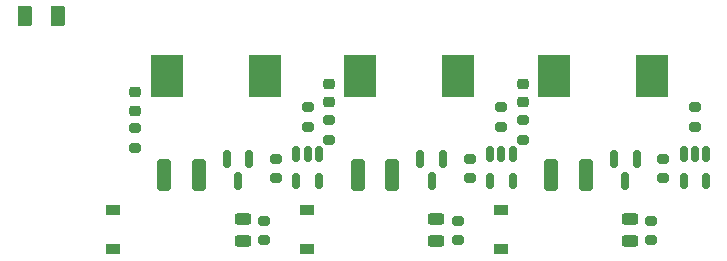
<source format=gbr>
%TF.GenerationSoftware,KiCad,Pcbnew,(6.0.4)*%
%TF.CreationDate,2022-05-04T21:07:06-03:00*%
%TF.ProjectId,SilentFanZeroHAT,53696c65-6e74-4466-916e-5a65726f4841,rev?*%
%TF.SameCoordinates,Original*%
%TF.FileFunction,Paste,Top*%
%TF.FilePolarity,Positive*%
%FSLAX46Y46*%
G04 Gerber Fmt 4.6, Leading zero omitted, Abs format (unit mm)*
G04 Created by KiCad (PCBNEW (6.0.4)) date 2022-05-04 21:07:06*
%MOMM*%
%LPD*%
G01*
G04 APERTURE LIST*
G04 Aperture macros list*
%AMRoundRect*
0 Rectangle with rounded corners*
0 $1 Rounding radius*
0 $2 $3 $4 $5 $6 $7 $8 $9 X,Y pos of 4 corners*
0 Add a 4 corners polygon primitive as box body*
4,1,4,$2,$3,$4,$5,$6,$7,$8,$9,$2,$3,0*
0 Add four circle primitives for the rounded corners*
1,1,$1+$1,$2,$3*
1,1,$1+$1,$4,$5*
1,1,$1+$1,$6,$7*
1,1,$1+$1,$8,$9*
0 Add four rect primitives between the rounded corners*
20,1,$1+$1,$2,$3,$4,$5,0*
20,1,$1+$1,$4,$5,$6,$7,0*
20,1,$1+$1,$6,$7,$8,$9,0*
20,1,$1+$1,$8,$9,$2,$3,0*%
G04 Aperture macros list end*
%ADD10R,1.200000X0.900000*%
%ADD11RoundRect,0.200000X-0.275000X0.200000X-0.275000X-0.200000X0.275000X-0.200000X0.275000X0.200000X0*%
%ADD12RoundRect,0.150000X-0.150000X0.512500X-0.150000X-0.512500X0.150000X-0.512500X0.150000X0.512500X0*%
%ADD13RoundRect,0.200000X0.275000X-0.200000X0.275000X0.200000X-0.275000X0.200000X-0.275000X-0.200000X0*%
%ADD14RoundRect,0.243750X-0.456250X0.243750X-0.456250X-0.243750X0.456250X-0.243750X0.456250X0.243750X0*%
%ADD15R,2.700000X3.600000*%
%ADD16RoundRect,0.150000X-0.150000X0.587500X-0.150000X-0.587500X0.150000X-0.587500X0.150000X0.587500X0*%
%ADD17RoundRect,0.225000X0.250000X-0.225000X0.250000X0.225000X-0.250000X0.225000X-0.250000X-0.225000X0*%
%ADD18RoundRect,0.250000X-0.375000X-0.625000X0.375000X-0.625000X0.375000X0.625000X-0.375000X0.625000X0*%
%ADD19RoundRect,0.250000X-0.325000X-1.100000X0.325000X-1.100000X0.325000X1.100000X-0.325000X1.100000X0*%
G04 APERTURE END LIST*
D10*
%TO.C,D4*%
X228850000Y-121725000D03*
X228850000Y-118425000D03*
%TD*%
%TO.C,D2*%
X212450000Y-121725000D03*
X212450000Y-118425000D03*
%TD*%
D11*
%TO.C,R11*%
X259000000Y-114062500D03*
X259000000Y-115712500D03*
%TD*%
D12*
%TO.C,U1*%
X229850000Y-113625000D03*
X228900000Y-113625000D03*
X227950000Y-113625000D03*
X227950000Y-115900000D03*
X229850000Y-115900000D03*
%TD*%
%TO.C,U3*%
X262650000Y-113625000D03*
X261700000Y-113625000D03*
X260750000Y-113625000D03*
X260750000Y-115900000D03*
X262650000Y-115900000D03*
%TD*%
D13*
%TO.C,R12*%
X261700000Y-111325000D03*
X261700000Y-109675000D03*
%TD*%
%TO.C,R2*%
X214300000Y-113125000D03*
X214300000Y-111475000D03*
%TD*%
D14*
%TO.C,D1*%
X223400000Y-119162500D03*
X223400000Y-121037500D03*
%TD*%
D15*
%TO.C,L1*%
X216950000Y-107000000D03*
X225250000Y-107000000D03*
%TD*%
D16*
%TO.C,Q1*%
X223950000Y-114062500D03*
X222050000Y-114062500D03*
X223000000Y-115937500D03*
%TD*%
D13*
%TO.C,R8*%
X245300000Y-111325000D03*
X245300000Y-109675000D03*
%TD*%
D15*
%TO.C,L3*%
X249750000Y-107000000D03*
X258050000Y-107000000D03*
%TD*%
D11*
%TO.C,R5*%
X241600000Y-119275000D03*
X241600000Y-120925000D03*
%TD*%
D16*
%TO.C,Q2*%
X240350000Y-114062500D03*
X238450000Y-114062500D03*
X239400000Y-115937500D03*
%TD*%
D13*
%TO.C,R4*%
X228900000Y-111325000D03*
X228900000Y-109675000D03*
%TD*%
D17*
%TO.C,C6*%
X247100000Y-109275000D03*
X247100000Y-107725000D03*
%TD*%
D18*
%TO.C,F1*%
X204940000Y-102000000D03*
X207740000Y-102000000D03*
%TD*%
D17*
%TO.C,C4*%
X230700000Y-109275000D03*
X230700000Y-107725000D03*
%TD*%
D19*
%TO.C,C1*%
X216725000Y-115430000D03*
X219675000Y-115430000D03*
%TD*%
D15*
%TO.C,L2*%
X233350000Y-107000000D03*
X241650000Y-107000000D03*
%TD*%
D19*
%TO.C,C5*%
X249525000Y-115430000D03*
X252475000Y-115430000D03*
%TD*%
D11*
%TO.C,R7*%
X242600000Y-114062500D03*
X242600000Y-115712500D03*
%TD*%
D13*
%TO.C,R10*%
X247100000Y-112425000D03*
X247100000Y-110775000D03*
%TD*%
D17*
%TO.C,C2*%
X214300000Y-109975000D03*
X214300000Y-108425000D03*
%TD*%
D11*
%TO.C,R1*%
X225200000Y-119275000D03*
X225200000Y-120925000D03*
%TD*%
D14*
%TO.C,D3*%
X239800000Y-119162500D03*
X239800000Y-121037500D03*
%TD*%
D13*
%TO.C,R6*%
X230700000Y-112425000D03*
X230700000Y-110775000D03*
%TD*%
D11*
%TO.C,R9*%
X258000000Y-119275000D03*
X258000000Y-120925000D03*
%TD*%
D16*
%TO.C,Q3*%
X256750000Y-114062500D03*
X254850000Y-114062500D03*
X255800000Y-115937500D03*
%TD*%
D19*
%TO.C,C3*%
X233125000Y-115430000D03*
X236075000Y-115430000D03*
%TD*%
D12*
%TO.C,U2*%
X246250000Y-113625000D03*
X245300000Y-113625000D03*
X244350000Y-113625000D03*
X244350000Y-115900000D03*
X246250000Y-115900000D03*
%TD*%
D14*
%TO.C,D5*%
X256200000Y-119162500D03*
X256200000Y-121037500D03*
%TD*%
D11*
%TO.C,R3*%
X226200000Y-114062500D03*
X226200000Y-115712500D03*
%TD*%
D10*
%TO.C,D6*%
X245250000Y-121725000D03*
X245250000Y-118425000D03*
%TD*%
M02*

</source>
